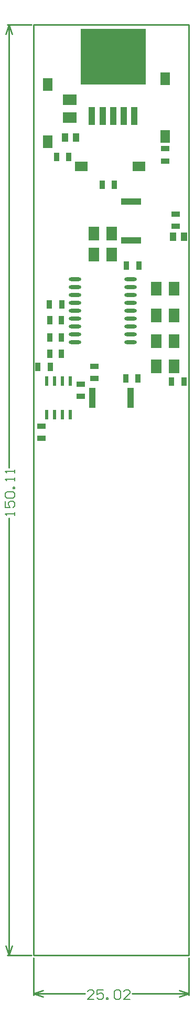
<source format=gtp>
%FSLAX43Y43*%
%MOMM*%
G71*
G01*
G75*
G04 Layer_Color=8421504*
%ADD10R,0.950X1.400*%
%ADD11R,0.900X1.400*%
%ADD12R,1.600X2.100*%
%ADD13O,2.000X0.600*%
%ADD14R,3.300X1.050*%
%ADD15R,1.050X2.950*%
%ADD16R,10.600X9.000*%
%ADD17R,0.600X1.550*%
%ADD18R,1.400X0.950*%
%ADD19R,1.050X3.300*%
%ADD20R,1.800X2.250*%
%ADD21R,1.050X1.400*%
%ADD22R,1.800X2.250*%
%ADD23R,2.100X1.600*%
%ADD24R,2.250X1.800*%
%ADD25C,0.800*%
%ADD26C,1.600*%
%ADD27C,2.000*%
%ADD28C,1.000*%
%ADD29C,0.500*%
%ADD30C,0.400*%
%ADD31C,0.700*%
%ADD32C,3.000*%
%ADD33C,1.500*%
%ADD34C,1.800*%
%ADD35C,0.600*%
%ADD36R,5.000X8.175*%
%ADD37C,0.254*%
%ADD38C,0.152*%
%ADD39R,1.524X1.524*%
%ADD40R,3.064X3.064*%
%ADD41O,1.600X2.300*%
%ADD42C,1.200*%
%ADD43R,1.524X1.524*%
%ADD44C,2.032*%
%ADD45C,1.524*%
%ADD46C,0.250*%
%ADD47C,0.200*%
%ADD48C,0.305*%
G36*
X11527Y143262D02*
X10127D01*
Y144622D01*
X11527D01*
Y143262D01*
D02*
G37*
G36*
X9527D02*
X8127D01*
Y144622D01*
X9527D01*
Y143262D01*
D02*
G37*
G36*
X13527D02*
X12127D01*
Y144622D01*
X13527D01*
Y143262D01*
D02*
G37*
G36*
X17527D02*
X16127D01*
Y144622D01*
X17527D01*
Y143262D01*
D02*
G37*
G36*
X15527D02*
X14127D01*
Y144622D01*
X15527D01*
Y143262D01*
D02*
G37*
G36*
X11527Y141182D02*
X10127D01*
Y142542D01*
X11527D01*
Y141182D01*
D02*
G37*
G36*
X9527D02*
X8127D01*
Y142542D01*
X9527D01*
Y141182D01*
D02*
G37*
G36*
X13527D02*
X12127D01*
Y142542D01*
X13527D01*
Y141182D01*
D02*
G37*
G36*
X17527D02*
X16127D01*
Y142542D01*
X17527D01*
Y141182D01*
D02*
G37*
G36*
X15527D02*
X14127D01*
Y142542D01*
X15527D01*
Y141182D01*
D02*
G37*
G36*
X11527Y147422D02*
X10127D01*
Y148782D01*
X11527D01*
Y147422D01*
D02*
G37*
G36*
X9527D02*
X8127D01*
Y148782D01*
X9527D01*
Y147422D01*
D02*
G37*
G36*
X13527D02*
X12127D01*
Y148782D01*
X13527D01*
Y147422D01*
D02*
G37*
G36*
X17527D02*
X16127D01*
Y148782D01*
X17527D01*
Y147422D01*
D02*
G37*
G36*
X15527D02*
X14127D01*
Y148782D01*
X15527D01*
Y147422D01*
D02*
G37*
G36*
X11527Y145342D02*
X10127D01*
Y146702D01*
X11527D01*
Y145342D01*
D02*
G37*
G36*
X9527D02*
X8127D01*
Y146702D01*
X9527D01*
Y145342D01*
D02*
G37*
G36*
X13527D02*
X12127D01*
Y146702D01*
X13527D01*
Y145342D01*
D02*
G37*
G36*
X17527D02*
X16127D01*
Y146702D01*
X17527D01*
Y145342D01*
D02*
G37*
G36*
X15527D02*
X14127D01*
Y146702D01*
X15527D01*
Y145342D01*
D02*
G37*
D10*
X2556Y105029D02*
D03*
X4556D02*
D03*
X2700Y94950D02*
D03*
X700D02*
D03*
X14875Y93091D02*
D03*
X16875D02*
D03*
X22275Y92550D02*
D03*
X24275D02*
D03*
X17002Y111252D02*
D03*
X15002D02*
D03*
X13065Y124333D02*
D03*
X11065D02*
D03*
X5699Y128778D02*
D03*
X3699D02*
D03*
D11*
X4506Y99695D02*
D03*
X2606D02*
D03*
X4506Y102489D02*
D03*
X2606D02*
D03*
X4506Y97028D02*
D03*
X2606D02*
D03*
D12*
X21209Y132129D02*
D03*
Y141429D02*
D03*
X2286Y131240D02*
D03*
Y140540D02*
D03*
D13*
X6676Y109093D02*
D03*
Y107823D02*
D03*
Y106553D02*
D03*
Y105283D02*
D03*
Y104013D02*
D03*
Y102743D02*
D03*
Y101473D02*
D03*
Y100203D02*
D03*
Y98933D02*
D03*
X15676Y109093D02*
D03*
Y107823D02*
D03*
Y106553D02*
D03*
Y105283D02*
D03*
Y104013D02*
D03*
Y102743D02*
D03*
Y101473D02*
D03*
Y100203D02*
D03*
Y98933D02*
D03*
D14*
X15748Y115391D02*
D03*
Y121591D02*
D03*
D15*
X9427Y135432D02*
D03*
X11127D02*
D03*
X12827D02*
D03*
X14527D02*
D03*
X16227D02*
D03*
D16*
X12827Y144982D02*
D03*
D17*
X2145Y87250D02*
D03*
X3415D02*
D03*
X4685D02*
D03*
X5955D02*
D03*
X2145Y92650D02*
D03*
X3415D02*
D03*
X4685D02*
D03*
X5955D02*
D03*
D18*
X1275Y83400D02*
D03*
Y85400D02*
D03*
X7620Y90186D02*
D03*
Y92186D02*
D03*
X9779Y93075D02*
D03*
Y95075D02*
D03*
X22900Y117625D02*
D03*
Y119625D02*
D03*
X21209Y128159D02*
D03*
Y130159D02*
D03*
D19*
X15673Y89916D02*
D03*
X9473D02*
D03*
D20*
X22659Y94996D02*
D03*
X19759D02*
D03*
X22659Y99060D02*
D03*
X19759D02*
D03*
X22659Y103251D02*
D03*
X19759D02*
D03*
X22659Y107569D02*
D03*
X19759D02*
D03*
X9742Y113030D02*
D03*
X12642D02*
D03*
D21*
X24268Y115951D02*
D03*
X22468D02*
D03*
X5069Y131953D02*
D03*
X6869D02*
D03*
D22*
X12642Y116459D02*
D03*
X9742D02*
D03*
D23*
X7669Y127254D02*
D03*
X16969D02*
D03*
D24*
X5825Y135175D02*
D03*
Y138075D02*
D03*
D37*
X25019Y-6379D02*
Y-381D01*
X0Y-6379D02*
Y-381D01*
X15937Y-6125D02*
X25019D01*
X0D02*
X8269D01*
X23495Y-5617D02*
X25019Y-6125D01*
X23495Y-6633D02*
X25019Y-6125D01*
X0D02*
X1524Y-6633D01*
X0Y-6125D02*
X1524Y-5617D01*
X-4254Y0D02*
X-381D01*
X-4254Y150114D02*
X-381D01*
X-4000Y0D02*
Y70562D01*
Y78739D02*
Y150114D01*
Y0D02*
X-3492Y1524D01*
X-4508D02*
X-4000Y0D01*
X-4508Y148590D02*
X-4000Y150114D01*
X-3492Y148590D01*
X0Y0D02*
Y150114D01*
X25019D01*
Y0D02*
Y150114D01*
X0Y0D02*
X25019D01*
D38*
X9691Y-7039D02*
X8675D01*
X9691Y-6023D01*
Y-5770D01*
X9437Y-5516D01*
X8929D01*
X8675Y-5770D01*
X11214Y-5516D02*
X10199D01*
Y-6277D01*
X10707Y-6023D01*
X10960D01*
X11214Y-6277D01*
Y-6785D01*
X10960Y-7039D01*
X10453D01*
X10199Y-6785D01*
X11722Y-7039D02*
Y-6785D01*
X11976D01*
Y-7039D01*
X11722D01*
X12992Y-5770D02*
X13246Y-5516D01*
X13754D01*
X14007Y-5770D01*
Y-6785D01*
X13754Y-7039D01*
X13246D01*
X12992Y-6785D01*
Y-5770D01*
X15531Y-7039D02*
X14515D01*
X15531Y-6023D01*
Y-5770D01*
X15277Y-5516D01*
X14769D01*
X14515Y-5770D01*
X-3086Y70969D02*
Y71477D01*
Y71223D01*
X-4609D01*
X-4355Y70969D01*
X-4609Y73254D02*
Y72238D01*
X-3848D01*
X-4102Y72746D01*
Y73000D01*
X-3848Y73254D01*
X-3340D01*
X-3086Y73000D01*
Y72492D01*
X-3340Y72238D01*
X-4355Y73762D02*
X-4609Y74016D01*
Y74524D01*
X-4355Y74778D01*
X-3340D01*
X-3086Y74524D01*
Y74016D01*
X-3340Y73762D01*
X-4355D01*
X-3086Y75285D02*
X-3340D01*
Y75539D01*
X-3086D01*
Y75285D01*
Y76555D02*
Y77063D01*
Y76809D01*
X-4609D01*
X-4355Y76555D01*
X-3086Y77825D02*
Y78332D01*
Y78078D01*
X-4609D01*
X-4355Y77825D01*
M02*

</source>
